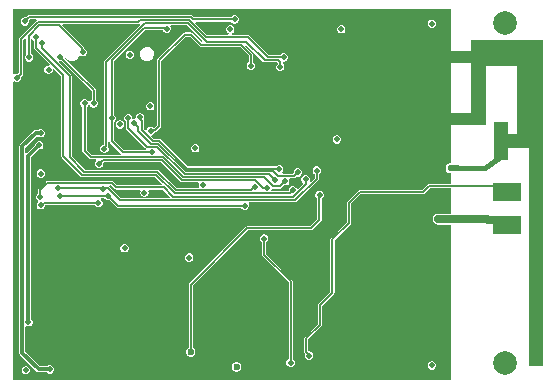
<source format=gbl>
G04*
G04 #@! TF.GenerationSoftware,Altium Limited,Altium Designer,23.6.0 (18)*
G04*
G04 Layer_Physical_Order=4*
G04 Layer_Color=16711680*
%FSLAX43Y43*%
%MOMM*%
G71*
G04*
G04 #@! TF.SameCoordinates,17FE0B56-B4FD-4FE6-8C66-39BC20258D9D*
G04*
G04*
G04 #@! TF.FilePolarity,Positive*
G04*
G01*
G75*
%ADD55C,0.500*%
%ADD57C,0.508*%
%ADD58C,0.450*%
%ADD86R,1.200X1.000*%
G04:AMPARAMS|DCode=87|XSize=1mm|YSize=0.46mm|CornerRadius=0.115mm|HoleSize=0mm|Usage=FLASHONLY|Rotation=0.000|XOffset=0mm|YOffset=0mm|HoleType=Round|Shape=RoundedRectangle|*
%AMROUNDEDRECTD87*
21,1,1.000,0.230,0,0,0.0*
21,1,0.770,0.460,0,0,0.0*
1,1,0.230,0.385,-0.115*
1,1,0.230,-0.385,-0.115*
1,1,0.230,-0.385,0.115*
1,1,0.230,0.385,0.115*
%
%ADD87ROUNDEDRECTD87*%
%ADD96C,0.700*%
%ADD98C,0.300*%
%ADD102C,0.150*%
%ADD107C,2.000*%
%ADD108C,0.400*%
%ADD109C,0.600*%
%ADD110R,2.400X1.600*%
G36*
X37280Y28128D02*
X37265Y28118D01*
X37255Y28103D01*
X37280Y28128D01*
Y26870D01*
D01*
D01*
Y22571D01*
X37245Y22536D01*
X37181Y22382D01*
Y22215D01*
X37245Y22061D01*
X37280Y22026D01*
Y18537D01*
X37235D01*
X37191Y18518D01*
X37138D01*
X37029Y18496D01*
X36936Y18434D01*
X36874Y18342D01*
X36853Y18233D01*
Y18003D01*
X36874Y17893D01*
X36936Y17801D01*
X37029Y17739D01*
X37138Y17717D01*
X37191D01*
X37235Y17698D01*
X37280D01*
Y16801D01*
X35422D01*
X35354Y16787D01*
X35296Y16749D01*
X34813Y16265D01*
X29537D01*
X29469Y16252D01*
X29411Y16213D01*
X28524Y15326D01*
X28485Y15268D01*
X28472Y15200D01*
Y13574D01*
X27110Y12212D01*
X27071Y12154D01*
X27058Y12086D01*
Y7660D01*
X26024Y6626D01*
X25985Y6568D01*
X25972Y6500D01*
Y4924D01*
X24874Y3827D01*
X24836Y3769D01*
X24822Y3701D01*
Y2572D01*
X24836Y2504D01*
X24874Y2446D01*
X24926Y2394D01*
X24896Y2320D01*
Y2180D01*
X24950Y2049D01*
X25049Y1950D01*
X25180Y1896D01*
X25320D01*
X25451Y1950D01*
X25550Y2049D01*
X25604Y2180D01*
Y2320D01*
X25550Y2451D01*
X25451Y2550D01*
X25320Y2604D01*
X25221D01*
X25179Y2646D01*
Y3627D01*
X26276Y4724D01*
X26315Y4782D01*
X26328Y4850D01*
Y6426D01*
X27362Y7460D01*
X27401Y7518D01*
X27414Y7586D01*
Y12012D01*
X28776Y13374D01*
X28815Y13432D01*
X28828Y13500D01*
Y15126D01*
X29611Y15909D01*
X34887D01*
X34955Y15922D01*
X35013Y15961D01*
X35496Y16444D01*
X37280D01*
Y14259D01*
X36200D01*
X36024Y14224D01*
X35876Y14124D01*
X35776Y13976D01*
X35741Y13800D01*
X35776Y13624D01*
X35876Y13476D01*
X36024Y13376D01*
X36200Y13341D01*
X37280D01*
Y208D01*
X212D01*
Y25408D01*
X336Y25464D01*
X466Y25410D01*
X607D01*
X737Y25464D01*
X836Y25563D01*
X890Y25693D01*
Y25834D01*
X881Y25856D01*
X982Y25957D01*
X1021Y26015D01*
X1034Y26083D01*
Y28948D01*
X1213Y29127D01*
X1331Y29078D01*
Y27781D01*
X1250Y27701D01*
X1196Y27570D01*
Y27430D01*
X1250Y27299D01*
X1349Y27200D01*
X1480Y27146D01*
X1620D01*
X1751Y27200D01*
X1850Y27299D01*
X1904Y27430D01*
Y27570D01*
X1850Y27701D01*
X1751Y27800D01*
X1687Y27826D01*
Y29030D01*
X1814Y29055D01*
X1844Y28984D01*
X1943Y28885D01*
X1981Y28869D01*
Y28308D01*
X1994Y28240D01*
X2033Y28182D01*
X3293Y26922D01*
X3231Y26804D01*
X3130D01*
X2999Y26750D01*
X2900Y26651D01*
X2846Y26520D01*
Y26380D01*
X2900Y26249D01*
X2999Y26150D01*
X3130Y26096D01*
X3270D01*
X3401Y26150D01*
X3500Y26249D01*
X3554Y26380D01*
Y26481D01*
X3672Y26543D01*
X4285Y25930D01*
Y19121D01*
X4298Y19052D01*
X4337Y18994D01*
X5886Y17445D01*
X5944Y17406D01*
X6012Y17393D01*
X12230D01*
X12830Y16793D01*
X12777Y16666D01*
X9021D01*
X8713Y16974D01*
X8655Y17013D01*
X8587Y17026D01*
X3085D01*
X3017Y17013D01*
X2959Y16974D01*
X2363Y16378D01*
X2325Y16321D01*
X2311Y16252D01*
Y15993D01*
X2289Y15984D01*
X2189Y15885D01*
X2135Y15755D01*
Y15614D01*
X2189Y15484D01*
X2280Y15393D01*
X2289Y15376D01*
X2297Y15243D01*
X2240Y15187D01*
X2186Y15056D01*
Y14916D01*
X2240Y14785D01*
X2339Y14686D01*
X2470Y14632D01*
X2610D01*
X2741Y14686D01*
X2840Y14785D01*
X2894Y14916D01*
Y14991D01*
X2895Y14992D01*
X7112D01*
X7121Y14970D01*
X7221Y14870D01*
X7351Y14816D01*
X7491D01*
X7622Y14870D01*
X7721Y14970D01*
X7775Y15100D01*
Y15241D01*
X7721Y15371D01*
X7638Y15454D01*
X7652Y15531D01*
X7677Y15581D01*
X7921D01*
X8004Y15498D01*
X8134Y15444D01*
X8275D01*
X8328Y15466D01*
X8969Y14825D01*
X9027Y14787D01*
X9095Y14773D01*
X19504D01*
X19512Y14753D01*
X19611Y14654D01*
X19742Y14600D01*
X19882D01*
X20013Y14654D01*
X20112Y14753D01*
X20166Y14884D01*
Y15024D01*
X20137Y15094D01*
X20212Y15221D01*
X24072D01*
X24141Y15234D01*
X24198Y15273D01*
X26034Y17109D01*
X26073Y17166D01*
X26086Y17235D01*
Y17598D01*
X26109Y17607D01*
X26208Y17706D01*
X26262Y17837D01*
Y17977D01*
X26208Y18108D01*
X26109Y18207D01*
X25978Y18261D01*
X25838D01*
X25707Y18207D01*
X25608Y18108D01*
X25554Y17977D01*
Y17837D01*
X25608Y17706D01*
X25707Y17607D01*
X25730Y17598D01*
Y17309D01*
X25408Y16987D01*
X25300Y17059D01*
X25321Y17108D01*
Y17248D01*
X25267Y17379D01*
X25167Y17478D01*
X25037Y17532D01*
X24896D01*
X24766Y17478D01*
X24666Y17379D01*
X24613Y17248D01*
Y17108D01*
X24666Y16978D01*
X24766Y16878D01*
X24730Y16755D01*
X24347Y16373D01*
X24198Y16403D01*
X24176Y16457D01*
X24077Y16556D01*
X23946Y16610D01*
X23806D01*
X23675Y16556D01*
X23576Y16457D01*
X23522Y16326D01*
Y16186D01*
X23405Y16160D01*
X22136D01*
X22062Y16271D01*
X22101Y16372D01*
X22167Y16403D01*
X22196Y16398D01*
X22799D01*
X22867Y16411D01*
X22925Y16450D01*
X23148Y16673D01*
X23171Y16664D01*
X23311D01*
X23442Y16718D01*
X23541Y16817D01*
X23595Y16948D01*
Y17088D01*
X23565Y17161D01*
X23638Y17288D01*
X24008D01*
X24076Y17302D01*
X24134Y17340D01*
X24213Y17419D01*
X24235Y17410D01*
X24376D01*
X24506Y17464D01*
X24606Y17564D01*
X24660Y17694D01*
Y17835D01*
X24606Y17965D01*
X24506Y18064D01*
X24376Y18118D01*
X24235D01*
X24105Y18064D01*
X24005Y17965D01*
X23952Y17835D01*
Y17694D01*
X23834Y17645D01*
X23047D01*
X22994Y17772D01*
X23033Y17811D01*
X23087Y17941D01*
Y18082D01*
X23033Y18212D01*
X22934Y18311D01*
X22803Y18365D01*
X22663D01*
X22532Y18311D01*
X22489Y18268D01*
X14994D01*
X12686Y20576D01*
X12628Y20615D01*
X12560Y20629D01*
X12087D01*
X11915Y20801D01*
X11964Y20931D01*
X12063Y20972D01*
X12163Y21072D01*
X12203Y21168D01*
X12240Y21176D01*
X12298Y21215D01*
X12688Y21604D01*
X12727Y21662D01*
X12740Y21731D01*
Y27187D01*
X14808Y29254D01*
X15197D01*
X16003Y28449D01*
X16061Y28410D01*
X16129Y28397D01*
X19412D01*
X20142Y27667D01*
Y27106D01*
X20119Y27097D01*
X20020Y26998D01*
X19966Y26867D01*
Y26727D01*
X20020Y26596D01*
X20119Y26497D01*
X20250Y26443D01*
X20390D01*
X20521Y26497D01*
X20620Y26596D01*
X20674Y26727D01*
Y26867D01*
X20620Y26998D01*
X20521Y27097D01*
X20498Y27106D01*
Y27741D01*
X20485Y27809D01*
X20446Y27867D01*
X19867Y28446D01*
X19909Y28584D01*
X19928Y28587D01*
X21369Y27147D01*
X21427Y27108D01*
X21495Y27094D01*
X22545D01*
X22550Y27087D01*
X22598Y26981D01*
X22511Y26894D01*
X22457Y26764D01*
Y26623D01*
X22511Y26493D01*
X22611Y26394D01*
X22741Y26340D01*
X22881D01*
X23012Y26394D01*
X23111Y26493D01*
X23165Y26623D01*
Y26764D01*
X23111Y26894D01*
X23012Y26993D01*
X23013Y26999D01*
X23040Y27119D01*
X23110Y27146D01*
X23170D01*
X23301Y27200D01*
X23400Y27299D01*
X23454Y27430D01*
Y27570D01*
X23400Y27701D01*
X23301Y27800D01*
X23170Y27854D01*
X23030D01*
X22899Y27800D01*
X22801Y27701D01*
X21870D01*
X20197Y29374D01*
X20139Y29413D01*
X20071Y29426D01*
X18737D01*
X18712Y29553D01*
X18784Y29583D01*
X18884Y29683D01*
X18938Y29813D01*
Y29954D01*
X18884Y30084D01*
X18784Y30183D01*
X18654Y30237D01*
X18513D01*
X18383Y30183D01*
X18283Y30084D01*
X18230Y29954D01*
Y29813D01*
X18283Y29683D01*
X18383Y29583D01*
X18455Y29553D01*
X18430Y29426D01*
X16614D01*
X15624Y30416D01*
X15673Y30533D01*
X18643D01*
X18653Y30511D01*
X18752Y30411D01*
X18882Y30357D01*
X19023D01*
X19153Y30411D01*
X19253Y30511D01*
X19307Y30641D01*
Y30782D01*
X19253Y30912D01*
X19153Y31011D01*
X19023Y31065D01*
X18882D01*
X18752Y31011D01*
X18653Y30912D01*
X18643Y30890D01*
X15504D01*
X15347Y31046D01*
X15290Y31085D01*
X15221Y31098D01*
X1570D01*
X1502Y31085D01*
X1444Y31046D01*
X1293Y30895D01*
X1270Y30904D01*
X1130D01*
X999Y30850D01*
X900Y30751D01*
X846Y30620D01*
Y30480D01*
X900Y30349D01*
X999Y30250D01*
X1130Y30196D01*
X1270D01*
X1401Y30250D01*
X1500Y30349D01*
X1554Y30480D01*
Y30620D01*
X1545Y30643D01*
X1644Y30742D01*
X2160D01*
X2199Y30615D01*
X2191Y30609D01*
X730Y29148D01*
X691Y29090D01*
X678Y29022D01*
Y26226D01*
X607Y26118D01*
X466D01*
X336Y26064D01*
X212Y26120D01*
Y31603D01*
X37280D01*
Y28128D01*
D02*
G37*
G36*
X10931Y30413D02*
X10973Y30275D01*
X7963Y27265D01*
X7924Y27208D01*
X7911Y27139D01*
Y20118D01*
X7854D01*
X7724Y20064D01*
X7624Y19964D01*
X7570Y19834D01*
Y19693D01*
X7624Y19563D01*
X7724Y19464D01*
X7854Y19410D01*
X7995D01*
X8125Y19464D01*
X8224Y19563D01*
X8278Y19693D01*
Y19834D01*
X8238Y19933D01*
X8254Y19957D01*
X8268Y20026D01*
Y20299D01*
X8276Y20303D01*
X8395Y20320D01*
X8417Y20286D01*
X9352Y19351D01*
X9352Y19341D01*
X9313Y19224D01*
X6864D01*
X6423Y19666D01*
Y23305D01*
X6458Y23319D01*
X6557Y23419D01*
X6567Y23441D01*
X6704D01*
X6718Y23408D01*
X6817Y23308D01*
X6948Y23254D01*
X7088D01*
X7219Y23308D01*
X7318Y23408D01*
X7372Y23538D01*
Y23679D01*
X7318Y23809D01*
X7219Y23909D01*
X7196Y23918D01*
Y24732D01*
X7183Y24800D01*
X7144Y24858D01*
X5666Y26336D01*
X5666Y26336D01*
X4575Y27427D01*
X4583Y27459D01*
X4673Y27475D01*
X4718Y27475D01*
X4876Y27317D01*
X5091Y27228D01*
X5323D01*
X5538Y27317D01*
X5703Y27482D01*
X5753Y27603D01*
X5892Y27639D01*
X5904Y27636D01*
X6026Y27586D01*
X6166D01*
X6297Y27640D01*
X6396Y27739D01*
X6450Y27870D01*
Y28010D01*
X6396Y28141D01*
X6297Y28240D01*
X6209Y28277D01*
X6199Y28324D01*
X6160Y28382D01*
X4355Y30187D01*
X4404Y30305D01*
X7307D01*
X7307Y30305D01*
X10732D01*
X10800Y30318D01*
X10858Y30357D01*
X10917Y30416D01*
X10931Y30413D01*
D02*
G37*
G36*
X16230Y28952D02*
X16187Y28815D01*
X16148Y28809D01*
X15398Y29559D01*
X15340Y29598D01*
X15271Y29611D01*
X14734D01*
X14665Y29598D01*
X14608Y29559D01*
X12436Y27387D01*
X12397Y27329D01*
X12384Y27261D01*
Y21805D01*
X12108Y21529D01*
X12063Y21573D01*
X11933Y21626D01*
X11793D01*
X11662Y21573D01*
X11563Y21473D01*
X11522Y21374D01*
X11392Y21324D01*
X11308Y21408D01*
Y22121D01*
X11294Y22190D01*
X11255Y22248D01*
X11253Y22249D01*
X11298Y22358D01*
Y22498D01*
X11244Y22629D01*
X11145Y22728D01*
X11015Y22782D01*
X10874D01*
X10744Y22728D01*
X10644Y22629D01*
X10590Y22498D01*
Y22418D01*
X10492Y22329D01*
X10473Y22323D01*
X10345D01*
X10306Y22350D01*
Y22433D01*
X10252Y22563D01*
X10152Y22662D01*
X10022Y22716D01*
X9881D01*
X9751Y22662D01*
X9652Y22563D01*
X9598Y22433D01*
Y22292D01*
X9652Y22162D01*
X9736Y22077D01*
Y21540D01*
X9750Y21471D01*
X9789Y21414D01*
X11378Y19824D01*
X11436Y19785D01*
X11460Y19781D01*
X11447Y19654D01*
X9555D01*
X8722Y20486D01*
Y22035D01*
X8744Y22044D01*
X8844Y22144D01*
X8898Y22274D01*
Y22415D01*
X8844Y22545D01*
X8744Y22645D01*
X8722Y22654D01*
Y27166D01*
X11369Y29814D01*
X12882D01*
X12912Y29740D01*
X13011Y29641D01*
X13142Y29587D01*
X13282D01*
X13413Y29641D01*
X13512Y29740D01*
X13566Y29871D01*
Y30011D01*
X13523Y30115D01*
X13562Y30204D01*
X13592Y30242D01*
X14940D01*
X16230Y28952D01*
D02*
G37*
G36*
X5414Y26084D02*
X5414Y26084D01*
X6840Y24658D01*
Y23918D01*
X6817Y23909D01*
X6718Y23809D01*
X6708Y23786D01*
X6571D01*
X6557Y23820D01*
X6458Y23919D01*
X6327Y23973D01*
X6187D01*
X6057Y23919D01*
X5957Y23820D01*
X5903Y23690D01*
Y23549D01*
X5957Y23419D01*
X6057Y23319D01*
X6066Y23315D01*
Y19593D01*
X6079Y19524D01*
X6118Y19466D01*
X6664Y18920D01*
X6722Y18881D01*
X6791Y18868D01*
X7183D01*
X7235Y18741D01*
X7195Y18701D01*
X7141Y18571D01*
Y18430D01*
X7195Y18300D01*
X7295Y18200D01*
X7425Y18146D01*
X7566D01*
X7696Y18200D01*
X7795Y18300D01*
X7849Y18430D01*
Y18571D01*
X7967Y18618D01*
X12726D01*
X14380Y16963D01*
X14438Y16924D01*
X14506Y16911D01*
X15840D01*
X15924Y16784D01*
X15902Y16731D01*
Y16590D01*
X15924Y16537D01*
X15840Y16410D01*
X14072D01*
X12534Y17947D01*
X12476Y17986D01*
X12408Y18000D01*
X6278D01*
X5154Y19123D01*
Y25938D01*
X5141Y26006D01*
X5102Y26064D01*
X4078Y27088D01*
X4101Y27151D01*
X4140Y27205D01*
X4261D01*
X4284Y27214D01*
X5414Y26084D01*
D02*
G37*
G36*
X45096Y1342D02*
X43886D01*
Y19800D01*
X42086D01*
Y18800D01*
X41584D01*
X40265Y17889D01*
X37902D01*
Y18341D01*
X40109D01*
X40876Y18870D01*
Y21999D01*
X42086D01*
Y20999D01*
X42886D01*
Y26799D01*
X40217D01*
Y21799D01*
X37600D01*
Y22799D01*
X38926D01*
Y26999D01*
X37384D01*
Y27999D01*
X38926D01*
Y28979D01*
X45096D01*
Y1342D01*
D02*
G37*
G36*
X8821Y16362D02*
X8879Y16323D01*
X8947Y16309D01*
X10902D01*
X10986Y16182D01*
X10964Y16129D01*
Y15988D01*
X11018Y15858D01*
X11118Y15759D01*
X11248Y15705D01*
X11389D01*
X11519Y15759D01*
X11618Y15858D01*
X11672Y15988D01*
Y16129D01*
X11650Y16182D01*
X11734Y16309D01*
X12883D01*
X13488Y15705D01*
X13435Y15578D01*
X9313D01*
X8355Y16536D01*
X8345Y16542D01*
X8383Y16669D01*
X8513D01*
X8821Y16362D01*
D02*
G37*
%LPC*%
G36*
X35725Y30700D02*
X35585D01*
X35457Y30647D01*
X35358Y30548D01*
X35305Y30420D01*
Y30280D01*
X35358Y30152D01*
X35457Y30053D01*
X35585Y30000D01*
X35725D01*
X35853Y30053D01*
X35952Y30152D01*
X36005Y30280D01*
Y30420D01*
X35952Y30548D01*
X35853Y30647D01*
X35725Y30700D01*
D02*
G37*
G36*
X28055Y30231D02*
X27915D01*
X27784Y30177D01*
X27685Y30078D01*
X27631Y29948D01*
Y29807D01*
X27685Y29677D01*
X27784Y29577D01*
X27915Y29523D01*
X28055D01*
X28185Y29577D01*
X28285Y29677D01*
X28339Y29807D01*
Y29948D01*
X28285Y30078D01*
X28185Y30177D01*
X28055Y30231D01*
D02*
G37*
G36*
X2610Y21436D02*
X2470D01*
X2339Y21382D01*
X2286Y21328D01*
X2105D01*
X2007Y21309D01*
X1924Y21254D01*
X810Y20139D01*
X755Y20057D01*
X736Y19959D01*
Y2460D01*
X755Y2362D01*
X810Y2279D01*
X2189Y901D01*
X2271Y846D01*
X2369Y826D01*
X3051D01*
X3096Y781D01*
X3226Y727D01*
X3367D01*
X3497Y781D01*
X3597Y881D01*
X3651Y1011D01*
Y1151D01*
X3597Y1282D01*
X3497Y1381D01*
X3367Y1435D01*
X3226D01*
X3096Y1381D01*
X3051Y1336D01*
X2475D01*
X1245Y2565D01*
Y4657D01*
X1372Y4741D01*
X1424Y4720D01*
X1565D01*
X1695Y4774D01*
X1795Y4874D01*
X1848Y5004D01*
Y5144D01*
X1795Y5275D01*
X1749Y5320D01*
Y19042D01*
X2419Y19712D01*
X2483D01*
X2614Y19766D01*
X2713Y19865D01*
X2767Y19996D01*
Y20136D01*
X2713Y20267D01*
X2614Y20366D01*
X2483Y20420D01*
X2343D01*
X2212Y20366D01*
X2113Y20267D01*
X2059Y20136D01*
Y20072D01*
X1372Y19386D01*
X1245Y19438D01*
Y19854D01*
X2210Y20819D01*
X2303D01*
X2339Y20782D01*
X2470Y20728D01*
X2610D01*
X2741Y20782D01*
X2840Y20881D01*
X2894Y21012D01*
Y21152D01*
X2840Y21283D01*
X2741Y21382D01*
X2610Y21436D01*
D02*
G37*
G36*
X27684Y20908D02*
X27544D01*
X27413Y20854D01*
X27314Y20754D01*
X27260Y20624D01*
Y20483D01*
X27314Y20353D01*
X27413Y20254D01*
X27544Y20200D01*
X27684D01*
X27814Y20254D01*
X27914Y20353D01*
X27968Y20483D01*
Y20624D01*
X27914Y20754D01*
X27814Y20854D01*
X27684Y20908D01*
D02*
G37*
G36*
X15691Y20166D02*
X15551D01*
X15420Y20112D01*
X15321Y20013D01*
X15267Y19882D01*
Y19742D01*
X15321Y19611D01*
X15420Y19512D01*
X15551Y19458D01*
X15691D01*
X15822Y19512D01*
X15921Y19611D01*
X15975Y19742D01*
Y19882D01*
X15921Y20013D01*
X15822Y20112D01*
X15691Y20166D01*
D02*
G37*
G36*
X2610Y18007D02*
X2470D01*
X2339Y17953D01*
X2240Y17854D01*
X2186Y17723D01*
Y17583D01*
X2240Y17452D01*
X2339Y17353D01*
X2470Y17299D01*
X2610D01*
X2741Y17353D01*
X2840Y17452D01*
X2894Y17583D01*
Y17723D01*
X2840Y17854D01*
X2741Y17953D01*
X2610Y18007D01*
D02*
G37*
G36*
X9705Y11690D02*
X9564D01*
X9434Y11636D01*
X9334Y11537D01*
X9280Y11406D01*
Y11266D01*
X9334Y11135D01*
X9434Y11036D01*
X9564Y10982D01*
X9705D01*
X9835Y11036D01*
X9934Y11135D01*
X9988Y11266D01*
Y11406D01*
X9934Y11537D01*
X9835Y11636D01*
X9705Y11690D01*
D02*
G37*
G36*
X15183Y10895D02*
X15043D01*
X14912Y10841D01*
X14813Y10742D01*
X14759Y10611D01*
Y10471D01*
X14813Y10340D01*
X14912Y10241D01*
X15043Y10187D01*
X15183D01*
X15314Y10241D01*
X15413Y10340D01*
X15467Y10471D01*
Y10611D01*
X15413Y10742D01*
X15314Y10841D01*
X15183Y10895D01*
D02*
G37*
G36*
X26220Y16204D02*
X26080D01*
X25949Y16150D01*
X25850Y16051D01*
X25796Y15920D01*
Y15780D01*
X25850Y15649D01*
X25949Y15550D01*
X25958Y15546D01*
Y13810D01*
X25376Y13228D01*
X20035D01*
X19967Y13215D01*
X19909Y13176D01*
X15114Y8381D01*
X15075Y8323D01*
X15062Y8255D01*
Y2899D01*
X15013Y2879D01*
X14901Y2767D01*
X14840Y2620D01*
Y2460D01*
X14901Y2313D01*
X15013Y2201D01*
X15160Y2140D01*
X15320D01*
X15467Y2201D01*
X15579Y2313D01*
X15640Y2460D01*
Y2620D01*
X15579Y2767D01*
X15467Y2879D01*
X15418Y2899D01*
Y8181D01*
X20109Y12872D01*
X25450D01*
X25518Y12885D01*
X25576Y12924D01*
X26262Y13610D01*
X26301Y13668D01*
X26315Y13736D01*
Y15535D01*
X26351Y15550D01*
X26450Y15649D01*
X26504Y15780D01*
Y15920D01*
X26450Y16051D01*
X26351Y16150D01*
X26220Y16204D01*
D02*
G37*
G36*
X21520Y12504D02*
X21380D01*
X21249Y12450D01*
X21150Y12351D01*
X21096Y12220D01*
Y12080D01*
X21150Y11949D01*
X21249Y11850D01*
X21272Y11841D01*
Y10780D01*
X21285Y10712D01*
X21324Y10654D01*
X23522Y8456D01*
Y1959D01*
X23499Y1950D01*
X23400Y1851D01*
X23346Y1720D01*
Y1580D01*
X23400Y1449D01*
X23499Y1350D01*
X23630Y1296D01*
X23770D01*
X23901Y1350D01*
X24000Y1449D01*
X24054Y1580D01*
Y1720D01*
X24000Y1851D01*
X23901Y1950D01*
X23878Y1959D01*
Y8530D01*
X23865Y8599D01*
X23826Y8657D01*
X21628Y10854D01*
Y11841D01*
X21651Y11850D01*
X21750Y11949D01*
X21804Y12080D01*
Y12220D01*
X21750Y12351D01*
X21651Y12450D01*
X21520Y12504D01*
D02*
G37*
G36*
X35725Y1773D02*
X35585D01*
X35457Y1720D01*
X35358Y1621D01*
X35305Y1493D01*
Y1353D01*
X35358Y1225D01*
X35457Y1126D01*
X35585Y1073D01*
X35725D01*
X35853Y1126D01*
X35952Y1225D01*
X36005Y1353D01*
Y1493D01*
X35952Y1621D01*
X35853Y1720D01*
X35725Y1773D01*
D02*
G37*
G36*
X19193Y1671D02*
X19034D01*
X18887Y1610D01*
X18774Y1498D01*
X18713Y1351D01*
Y1192D01*
X18774Y1045D01*
X18887Y932D01*
X19034Y871D01*
X19193D01*
X19340Y932D01*
X19452Y1045D01*
X19513Y1192D01*
Y1351D01*
X19452Y1498D01*
X19340Y1610D01*
X19193Y1671D01*
D02*
G37*
G36*
X1348Y1368D02*
X1209D01*
X1080Y1315D01*
X982Y1217D01*
X928Y1088D01*
Y949D01*
X982Y820D01*
X1080Y722D01*
X1209Y668D01*
X1348D01*
X1477Y722D01*
X1575Y820D01*
X1628Y949D01*
Y1088D01*
X1575Y1217D01*
X1477Y1315D01*
X1348Y1368D01*
D02*
G37*
G36*
X10155Y28077D02*
X10014D01*
X9884Y28023D01*
X9785Y27923D01*
X9731Y27793D01*
Y27652D01*
X9785Y27522D01*
X9884Y27422D01*
X10014Y27369D01*
X10155D01*
X10285Y27422D01*
X10385Y27522D01*
X10439Y27652D01*
Y27793D01*
X10385Y27923D01*
X10285Y28023D01*
X10155Y28077D01*
D02*
G37*
G36*
X11673Y28398D02*
X11441D01*
X11226Y28309D01*
X11061Y28144D01*
X10972Y27929D01*
Y27697D01*
X11061Y27482D01*
X11226Y27317D01*
X11441Y27228D01*
X11673D01*
X11888Y27317D01*
X12053Y27482D01*
X12142Y27697D01*
Y27929D01*
X12053Y28144D01*
X11888Y28309D01*
X11673Y28398D01*
D02*
G37*
G36*
X11881Y23722D02*
X11741D01*
X11610Y23668D01*
X11511Y23569D01*
X11457Y23438D01*
Y23298D01*
X11511Y23167D01*
X11610Y23068D01*
X11741Y23014D01*
X11881D01*
X12012Y23068D01*
X12111Y23167D01*
X12165Y23298D01*
Y23438D01*
X12111Y23569D01*
X12012Y23668D01*
X11881Y23722D01*
D02*
G37*
G36*
X9318Y22175D02*
X9177D01*
X9047Y22121D01*
X8948Y22021D01*
X8894Y21891D01*
Y21750D01*
X8948Y21620D01*
X9047Y21520D01*
X9177Y21467D01*
X9318D01*
X9448Y21520D01*
X9548Y21620D01*
X9602Y21750D01*
Y21891D01*
X9548Y22021D01*
X9448Y22121D01*
X9318Y22175D01*
D02*
G37*
%LPD*%
D55*
X1278Y1018D02*
D03*
X35655Y1423D02*
D03*
Y30350D02*
D03*
D57*
X44476Y4102D02*
D03*
Y10101D02*
D03*
Y13101D02*
D03*
Y16101D02*
D03*
Y7102D02*
D03*
Y27792D02*
D03*
Y21792D02*
D03*
Y24792D02*
D03*
Y19101D02*
D03*
X37600Y27501D02*
D03*
Y22299D02*
D03*
X43573Y26056D02*
D03*
X42993Y20485D02*
D03*
X41452Y19279D02*
D03*
X41406Y21600D02*
D03*
X39587Y23240D02*
D03*
X39580Y26240D02*
D03*
X39773Y27792D02*
D03*
X42042D02*
D03*
X43482Y23340D02*
D03*
X9634Y11336D02*
D03*
X536Y25764D02*
D03*
X1200Y30550D02*
D03*
X23100Y27500D02*
D03*
X22811Y26694D02*
D03*
X4191Y27559D02*
D03*
X2655Y28712D02*
D03*
X1550Y27500D02*
D03*
X3200Y26450D02*
D03*
X6778Y28002D02*
D03*
X6096Y27940D02*
D03*
X28500Y27050D02*
D03*
X5192Y11958D02*
D03*
X5207Y13208D02*
D03*
X3522Y24000D02*
D03*
X2250D02*
D03*
X1000D02*
D03*
X5645Y19746D02*
D03*
X5651Y20951D02*
D03*
X5702Y22166D02*
D03*
X34700Y27900D02*
D03*
X34060Y26616D02*
D03*
X29300Y26400D02*
D03*
X28800Y28000D02*
D03*
X34807Y29198D02*
D03*
X35807Y27198D02*
D03*
X34807Y25198D02*
D03*
X35807Y23198D02*
D03*
X34807Y21198D02*
D03*
X35807Y15198D02*
D03*
Y7198D02*
D03*
X34807Y5198D02*
D03*
X35807Y3198D02*
D03*
X34807Y1198D02*
D03*
X32807Y25198D02*
D03*
Y17198D02*
D03*
X33807Y15198D02*
D03*
Y7198D02*
D03*
X32807Y5198D02*
D03*
X33807Y3198D02*
D03*
X32807Y1198D02*
D03*
X30807Y21198D02*
D03*
X31807Y19198D02*
D03*
X30807Y17198D02*
D03*
X31807Y15198D02*
D03*
Y11198D02*
D03*
X30807Y9198D02*
D03*
X31807Y7198D02*
D03*
X30807Y5198D02*
D03*
X31807Y3198D02*
D03*
X30807Y1198D02*
D03*
X28800Y29198D02*
D03*
X28807Y21198D02*
D03*
X29807Y19198D02*
D03*
X28807Y17198D02*
D03*
X29807Y15198D02*
D03*
Y11198D02*
D03*
X28807Y9198D02*
D03*
X29807Y7198D02*
D03*
X28807Y5198D02*
D03*
X29807Y3198D02*
D03*
X28807Y1198D02*
D03*
X27807Y19198D02*
D03*
X26807Y17198D02*
D03*
X27807Y15198D02*
D03*
Y11198D02*
D03*
Y7198D02*
D03*
X26807Y5198D02*
D03*
X27807Y3198D02*
D03*
X26807Y1198D02*
D03*
X25807Y11198D02*
D03*
X24807Y9198D02*
D03*
X25807Y7198D02*
D03*
X24807Y5198D02*
D03*
X25807Y3198D02*
D03*
X23807Y11198D02*
D03*
X22807Y5198D02*
D03*
Y1198D02*
D03*
X20807Y9198D02*
D03*
X21807Y7198D02*
D03*
Y3198D02*
D03*
X20807Y1198D02*
D03*
X19807Y11198D02*
D03*
Y7198D02*
D03*
X18807Y5198D02*
D03*
X19807Y3198D02*
D03*
X16807Y9198D02*
D03*
X17807Y7198D02*
D03*
X16807Y5198D02*
D03*
X17807Y3198D02*
D03*
X14807Y13198D02*
D03*
X15807Y7198D02*
D03*
X12807Y21198D02*
D03*
Y13198D02*
D03*
X13807Y7198D02*
D03*
X12807Y5198D02*
D03*
X13807Y3198D02*
D03*
X10807Y13198D02*
D03*
Y9198D02*
D03*
Y5198D02*
D03*
X11807Y3198D02*
D03*
X7807Y7198D02*
D03*
X6807Y1198D02*
D03*
X1807Y3198D02*
D03*
X36200Y13800D02*
D03*
X2540Y14986D02*
D03*
X3297Y1081D02*
D03*
X1494Y5074D02*
D03*
X23700Y1650D02*
D03*
X25250Y2250D02*
D03*
X21450Y12150D02*
D03*
X26150Y15850D02*
D03*
X19812Y14954D02*
D03*
X12550Y28000D02*
D03*
X17214Y22095D02*
D03*
X15621Y20955D02*
D03*
X16383Y21717D02*
D03*
X11318Y16059D02*
D03*
X7421Y15170D02*
D03*
X8205Y15798D02*
D03*
X10414Y15875D02*
D03*
X7836Y16394D02*
D03*
X4760Y2521D02*
D03*
X20653Y16492D02*
D03*
X18953Y30711D02*
D03*
X15748Y27178D02*
D03*
Y27940D02*
D03*
X14538Y22249D02*
D03*
X4175Y15721D02*
D03*
X25561Y26468D02*
D03*
X16256Y16660D02*
D03*
X2489Y15684D02*
D03*
X3990Y16419D02*
D03*
X7495Y18500D02*
D03*
X6713D02*
D03*
X2144Y29185D02*
D03*
X7924Y19764D02*
D03*
X13212Y29941D02*
D03*
X8544Y22344D02*
D03*
X23876Y16256D02*
D03*
X18357Y22095D02*
D03*
X14097Y23876D02*
D03*
Y25019D02*
D03*
Y26162D02*
D03*
X19891Y30660D02*
D03*
X26286Y28153D02*
D03*
X26481Y28927D02*
D03*
X23621Y27840D02*
D03*
X23836Y26566D02*
D03*
X27178Y28956D02*
D03*
X27051Y28194D02*
D03*
X26416Y27305D02*
D03*
X25008Y25773D02*
D03*
X24500Y30750D02*
D03*
X23241Y17018D02*
D03*
X24306Y17764D02*
D03*
X24967Y17178D02*
D03*
X37319Y18118D02*
D03*
X15621Y19812D02*
D03*
X22733Y18011D02*
D03*
X11811Y23368D02*
D03*
X6764Y19757D02*
D03*
X9952Y22362D02*
D03*
X10416Y21969D02*
D03*
X9248Y21821D02*
D03*
X28176Y25893D02*
D03*
X27249Y25639D02*
D03*
X11863Y21272D02*
D03*
X6875Y22168D02*
D03*
X6866Y20890D02*
D03*
X11281Y5950D02*
D03*
X28475Y22269D02*
D03*
X27521Y22526D02*
D03*
X17852Y20058D02*
D03*
X18696Y20557D02*
D03*
X15113Y10541D02*
D03*
X10085Y27723D02*
D03*
X27614Y20554D02*
D03*
X18584Y29883D02*
D03*
X27985Y29877D02*
D03*
X2540Y17653D02*
D03*
X6257Y23619D02*
D03*
X7018Y23608D02*
D03*
X22536Y21804D02*
D03*
Y22855D02*
D03*
Y23814D02*
D03*
Y24814D02*
D03*
X23555Y24824D02*
D03*
Y23820D02*
D03*
X23565Y22855D02*
D03*
X21591Y21798D02*
D03*
X23565Y21826D02*
D03*
X21591Y24814D02*
D03*
X21581Y22855D02*
D03*
X21591Y23813D02*
D03*
X20542Y21804D02*
D03*
X20550Y23799D02*
D03*
X20555Y24808D02*
D03*
X20557Y22855D02*
D03*
X10944Y22428D02*
D03*
X21687Y16413D02*
D03*
X2540Y21082D02*
D03*
X22366Y17077D02*
D03*
X20320Y26797D02*
D03*
X25908Y17907D02*
D03*
X11950Y19475D02*
D03*
X2413Y20066D02*
D03*
D58*
X38158Y18108D02*
D03*
X39869D02*
D03*
D86*
X37605Y27500D02*
D03*
X37600Y22300D02*
D03*
D87*
X37523Y18118D02*
D03*
D96*
X36200Y13800D02*
X40325D01*
X40400Y13725D02*
X41650D01*
X40325Y13800D02*
X40400Y13725D01*
X41650D02*
X41800Y13575D01*
D98*
X2369Y1081D02*
X3297D01*
X990Y2460D02*
X2369Y1081D01*
X990Y2460D02*
Y19959D01*
X1494Y19147D02*
X2413Y20066D01*
X1494Y5074D02*
Y19147D01*
X990Y19959D02*
X2105Y21074D01*
X2532D02*
X2540Y21082D01*
X2105Y21074D02*
X2532D01*
D102*
X8947Y16488D02*
X12957D01*
X13736Y15708D02*
X23935D01*
X12957Y16488D02*
X13736Y15708D01*
X15118Y30670D02*
X16540Y29248D01*
X20071D02*
X21796Y27523D01*
X16540Y29248D02*
X20071D01*
X16597Y28837D02*
X19931D01*
X21495Y27273D01*
X16129Y28575D02*
X19486D01*
X20320Y27741D01*
X15271Y29433D02*
X16129Y28575D01*
X15014Y30420D02*
X16597Y28837D01*
X856Y26083D02*
Y29022D01*
X1509Y27541D02*
Y29321D01*
X856Y29022D02*
X2317Y30483D01*
X536Y25764D02*
X856Y26083D01*
X2421Y30233D02*
X4057D01*
X1509Y29321D02*
X2421Y30233D01*
X1200Y30550D02*
X1570Y30920D01*
X15221D01*
X4057Y30233D02*
X6034Y28256D01*
X2317Y30483D02*
X7307D01*
X7307Y30483D02*
X10732D01*
X7307Y30483D02*
X7307Y30483D01*
X10732D02*
X10919Y30670D01*
X15118D01*
X15221Y30920D02*
X15430Y30711D01*
X18953D01*
X11370Y30420D02*
X15014D01*
X8089Y27139D02*
X11370Y30420D01*
X12562Y27261D02*
X14734Y29433D01*
X15271D01*
X21495Y27273D02*
X22638D01*
X23077Y27523D02*
X23100Y27500D01*
X21796Y27523D02*
X23077D01*
X22638Y27273D02*
X22811Y27100D01*
Y26694D02*
Y27100D01*
X2661Y28252D02*
Y28706D01*
X4976Y19049D02*
Y25938D01*
X2661Y28252D02*
X4976Y25938D01*
X2655Y28712D02*
X2661Y28706D01*
X4191Y27559D02*
X5540Y26210D01*
X1509Y27541D02*
X1550Y27500D01*
X6034Y28002D02*
Y28256D01*
Y28002D02*
X6096Y27940D01*
X2159Y28308D02*
X4463Y26004D01*
Y19121D02*
Y26004D01*
X2159Y28308D02*
Y29170D01*
X35422Y16622D02*
X41122D01*
X34887Y16087D02*
X35422Y16622D01*
X2540Y14986D02*
X2637D01*
X12562Y21731D02*
Y27261D01*
X8036Y15798D02*
X8249D01*
X23700Y1650D02*
Y8530D01*
X21450Y10780D02*
X23700Y8530D01*
X25250Y2250D02*
Y2322D01*
X25001Y2572D02*
X25250Y2322D01*
X25001Y2572D02*
Y3701D01*
X26150Y4850D01*
X29537Y16087D02*
X34887D01*
X27236Y12086D02*
X28650Y13500D01*
X27236Y7586D02*
Y12086D01*
X28650Y13500D02*
Y15200D01*
X26150Y6500D02*
X27236Y7586D01*
X26150Y4850D02*
Y6500D01*
X28650Y15200D02*
X29537Y16087D01*
X20035Y13050D02*
X25450D01*
X26136Y13736D02*
Y15836D01*
X25450Y13050D02*
X26136Y13736D01*
X15240Y8255D02*
X20035Y13050D01*
X21450Y10780D02*
Y12150D01*
X26136Y15836D02*
X26150Y15850D01*
X19810Y14952D02*
X19812Y14954D01*
X9095Y14952D02*
X19810D01*
X8249Y15798D02*
X9095Y14952D01*
X20372Y16231D02*
X20633Y16492D01*
X12408Y17821D02*
X13998Y16231D01*
X23935Y15708D02*
X24967Y16740D01*
X9239Y15399D02*
X24072D01*
X13998Y16231D02*
X20372D01*
X13894Y15981D02*
X23601D01*
X23876Y16256D01*
X24072Y15399D02*
X25908Y17235D01*
X12304Y17571D02*
X13894Y15981D01*
X8229Y16409D02*
X9239Y15399D01*
X20633Y16492D02*
X20653D01*
X15240Y2540D02*
Y8255D01*
X12172Y21341D02*
X12562Y21731D01*
X2821Y15170D02*
X7421D01*
X2637Y14986D02*
X2821Y15170D01*
X8205Y15798D02*
X8249D01*
X8587Y16848D02*
X8947Y16488D01*
X7997Y15760D02*
X8036Y15798D01*
X4214Y15760D02*
X7997D01*
X7821Y16409D02*
X8229D01*
X3990Y16419D02*
X3996Y16413D01*
X2489Y16252D02*
X3085Y16848D01*
X3996Y16413D02*
X7817D01*
X4175Y15721D02*
X4214Y15760D01*
X7817Y16413D02*
X7836Y16394D01*
X3085Y16848D02*
X8587D01*
X7924Y19764D02*
Y19861D01*
X8089Y20026D02*
Y27139D01*
X7924Y19861D02*
X8089Y20026D01*
X21657Y16443D02*
X21687Y16413D01*
X20692Y17089D02*
X21338Y16443D01*
X21657D01*
X14506Y17089D02*
X20692D01*
X7018Y23608D02*
Y24732D01*
X5540Y26210D02*
X5540D01*
X7018Y24732D01*
X21854Y17589D02*
X22366Y17077D01*
X12800Y18796D02*
X14506Y17089D01*
X14817Y17839D02*
X22233D01*
X12352Y19950D02*
X14713Y17589D01*
X21854D01*
X14610Y17339D02*
X21433D01*
X22233Y17839D02*
X22606Y17466D01*
X21433Y17339D02*
X22196Y16576D01*
X22655Y18089D02*
X22733Y18011D01*
X12903Y19046D02*
X14610Y17339D01*
X22196Y16576D02*
X22799D01*
X12456Y20200D02*
X14817Y17839D01*
X12560Y20450D02*
X14921Y18089D01*
X22655D01*
X2489Y15684D02*
Y16252D01*
X7791Y18796D02*
X12800D01*
X6791Y19046D02*
X12903D01*
X7495Y18500D02*
X7791Y18796D01*
X6244Y19593D02*
X6791Y19046D01*
X8544Y20412D02*
Y22179D01*
X9481Y19475D02*
X11950D01*
X8544Y20412D02*
X9481Y19475D01*
X6012Y17571D02*
X12304D01*
X6204Y17821D02*
X12408D01*
X2144Y29185D02*
X2159Y29170D01*
X8544Y22344D02*
X8647Y22241D01*
X11296Y29992D02*
X13161D01*
X13212Y29941D01*
X8544Y27240D02*
X11296Y29992D01*
X8544Y22315D02*
Y27240D01*
Y22179D02*
X8591Y22227D01*
X4463Y19121D02*
X6012Y17571D01*
X4976Y19049D02*
X6204Y17821D01*
X24967Y16740D02*
Y17178D01*
X25908Y17235D02*
Y17907D01*
X9915Y21540D02*
Y22325D01*
Y21540D02*
X11504Y19950D01*
X24008Y17466D02*
X24306Y17764D01*
X22606Y17466D02*
X24008D01*
X22799Y16576D02*
X23241Y17018D01*
X11863Y21272D02*
X11931Y21341D01*
X12172D01*
X6244Y19593D02*
Y23606D01*
X9915Y22325D02*
X9952Y22362D01*
X10416Y21969D02*
X10804Y21581D01*
Y21306D02*
Y21581D01*
X11504Y19950D02*
X12352D01*
X10944Y22306D02*
Y22428D01*
X11129Y21335D02*
Y22121D01*
Y21335D02*
X12013Y20450D01*
X10944Y22306D02*
X11129Y22121D01*
X12013Y20450D02*
X12560D01*
X20320Y26797D02*
Y27741D01*
X11910Y20200D02*
X12456D01*
X6244Y23606D02*
X6257Y23619D01*
X10804Y21306D02*
X11910Y20200D01*
D107*
X41850Y30400D02*
D03*
Y1600D02*
D03*
X9000Y13200D02*
D03*
D108*
X450Y26700D02*
D03*
X481Y28200D02*
D03*
X36703Y1250D02*
D03*
X31367Y23475D02*
D03*
X33000Y24600D02*
D03*
X30816Y26177D02*
D03*
X30179Y25542D02*
D03*
X31622Y25339D02*
D03*
X32224Y26007D02*
D03*
X18543Y31242D02*
D03*
X19451D02*
D03*
X36000Y18700D02*
D03*
X32400Y22400D02*
D03*
X32450Y20650D02*
D03*
X32616Y23379D02*
D03*
X36703Y18700D02*
D03*
X32340Y24637D02*
D03*
X32937Y22874D02*
D03*
X32939Y21974D02*
D03*
X32931Y20174D02*
D03*
X33095Y19289D02*
D03*
X33545Y18510D02*
D03*
X34223Y17919D02*
D03*
X35060Y17588D02*
D03*
X35959Y17536D02*
D03*
X36703D02*
D03*
X35318Y18728D02*
D03*
X34526Y19156D02*
D03*
X34123Y19961D02*
D03*
X34098Y20860D02*
D03*
X34098Y21760D02*
D03*
X34099Y22660D02*
D03*
X34068Y23560D02*
D03*
X33593Y24324D02*
D03*
X36703Y16092D02*
D03*
Y15184D02*
D03*
Y17000D02*
D03*
Y20346D02*
D03*
Y19438D02*
D03*
Y12925D02*
D03*
X3604Y429D02*
D03*
X14500D02*
D03*
X12684Y429D02*
D03*
X13592D02*
D03*
X11776D02*
D03*
X2696Y429D02*
D03*
X1788D02*
D03*
X880D02*
D03*
X19451D02*
D03*
X28531D02*
D03*
X24899D02*
D03*
X35795D02*
D03*
X32163D02*
D03*
X29439D02*
D03*
X33979D02*
D03*
X27623D02*
D03*
X31255D02*
D03*
X30347D02*
D03*
X25807D02*
D03*
X33071D02*
D03*
X26715D02*
D03*
X23991D02*
D03*
X36703D02*
D03*
X34887D02*
D03*
X21267D02*
D03*
X20359D02*
D03*
X23083D02*
D03*
X22175D02*
D03*
X25825Y25093D02*
D03*
X473Y2777D02*
D03*
Y1869D02*
D03*
X470Y962D02*
D03*
X476Y3685D02*
D03*
X478Y6409D02*
D03*
X481Y7316D02*
D03*
Y8224D02*
D03*
X478Y5501D02*
D03*
X476Y4593D02*
D03*
X36703Y31242D02*
D03*
Y23978D02*
D03*
Y30334D02*
D03*
Y27610D02*
D03*
Y21254D02*
D03*
Y26702D02*
D03*
Y29426D02*
D03*
Y25794D02*
D03*
Y22162D02*
D03*
Y28518D02*
D03*
Y23070D02*
D03*
Y12059D02*
D03*
Y24886D02*
D03*
Y11151D02*
D03*
Y10243D02*
D03*
Y2794D02*
D03*
Y4191D02*
D03*
Y3541D02*
D03*
Y4841D02*
D03*
X26670Y25019D02*
D03*
X36703Y2071D02*
D03*
Y5703D02*
D03*
Y9335D02*
D03*
Y8427D02*
D03*
Y7519D02*
D03*
Y6611D02*
D03*
X481Y29108D02*
D03*
Y30016D02*
D03*
Y19120D02*
D03*
Y15488D02*
D03*
Y12764D02*
D03*
Y17304D02*
D03*
Y10948D02*
D03*
Y14580D02*
D03*
Y13672D02*
D03*
Y16396D02*
D03*
Y10040D02*
D03*
Y11856D02*
D03*
Y18212D02*
D03*
Y20936D02*
D03*
Y20028D02*
D03*
Y21844D02*
D03*
X21267Y31242D02*
D03*
X20359D02*
D03*
X23991D02*
D03*
X24899D02*
D03*
X22175D02*
D03*
X23083D02*
D03*
X27623D02*
D03*
X28531D02*
D03*
X25807D02*
D03*
X26715D02*
D03*
X31255D02*
D03*
X32163D02*
D03*
X29439D02*
D03*
X30347D02*
D03*
X34887D02*
D03*
X35795D02*
D03*
X33071D02*
D03*
X33979D02*
D03*
X31044Y24675D02*
D03*
X32950Y21250D02*
D03*
X17064Y27824D02*
D03*
X17018Y27051D02*
D03*
X31750Y24638D02*
D03*
X29716Y24657D02*
D03*
X28702Y24638D02*
D03*
X25807Y23433D02*
D03*
X26670Y23241D02*
D03*
X27813Y23495D02*
D03*
X28829D02*
D03*
X17907Y27813D02*
D03*
X18034Y27051D02*
D03*
Y25654D02*
D03*
X17041Y25671D02*
D03*
X31927Y23475D02*
D03*
X30500D02*
D03*
X29677Y23071D02*
D03*
X27705Y25060D02*
D03*
D109*
X19113Y1271D02*
D03*
X15240Y2540D02*
D03*
D110*
X42050Y16125D02*
D03*
Y13275D02*
D03*
M02*

</source>
